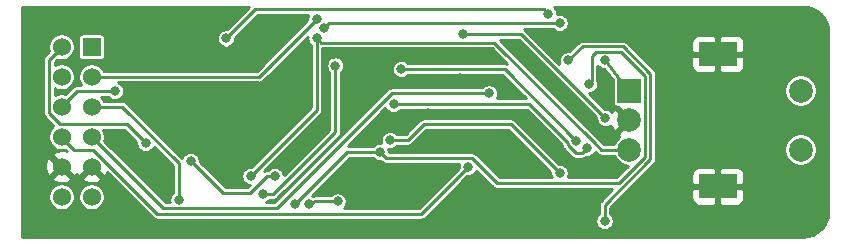
<source format=gbl>
G04 #@! TF.GenerationSoftware,KiCad,Pcbnew,(5.1.9-0-10_14)*
G04 #@! TF.CreationDate,2021-05-04T13:02:15-03:00*
G04 #@! TF.ProjectId,RingPush-PMOD,52696e67-5075-4736-982d-504d4f442e6b,rev?*
G04 #@! TF.SameCoordinates,Original*
G04 #@! TF.FileFunction,Copper,L2,Bot*
G04 #@! TF.FilePolarity,Positive*
%FSLAX46Y46*%
G04 Gerber Fmt 4.6, Leading zero omitted, Abs format (unit mm)*
G04 Created by KiCad (PCBNEW (5.1.9-0-10_14)) date 2021-05-04 13:02:15*
%MOMM*%
%LPD*%
G01*
G04 APERTURE LIST*
G04 #@! TA.AperFunction,ComponentPad*
%ADD10R,2.000000X2.000000*%
G04 #@! TD*
G04 #@! TA.AperFunction,ComponentPad*
%ADD11C,2.000000*%
G04 #@! TD*
G04 #@! TA.AperFunction,ComponentPad*
%ADD12R,3.200000X2.000000*%
G04 #@! TD*
G04 #@! TA.AperFunction,ComponentPad*
%ADD13C,1.524000*%
G04 #@! TD*
G04 #@! TA.AperFunction,ComponentPad*
%ADD14R,1.524000X1.524000*%
G04 #@! TD*
G04 #@! TA.AperFunction,ViaPad*
%ADD15C,0.800000*%
G04 #@! TD*
G04 #@! TA.AperFunction,Conductor*
%ADD16C,0.250000*%
G04 #@! TD*
G04 #@! TA.AperFunction,Conductor*
%ADD17C,0.100000*%
G04 #@! TD*
G04 APERTURE END LIST*
D10*
X69652500Y-101501000D03*
D11*
X69652500Y-104001000D03*
X69652500Y-106501000D03*
D12*
X77152500Y-98401000D03*
X77152500Y-109601000D03*
D11*
X84152500Y-101501000D03*
X84152500Y-106501000D03*
D13*
X21590000Y-110490000D03*
X24130000Y-110490000D03*
X21590000Y-107950000D03*
X24130000Y-107950000D03*
X21590000Y-105410000D03*
X24130000Y-105410000D03*
X21590000Y-102870000D03*
X24130000Y-102870000D03*
X21590000Y-100330000D03*
X24130000Y-100330000D03*
X21590000Y-97790000D03*
D14*
X24130000Y-97790000D03*
D15*
X55308500Y-100411750D03*
X58420000Y-107061000D03*
X47879000Y-108966000D03*
X52578000Y-103378000D03*
X32385000Y-104902000D03*
X26924000Y-106553000D03*
X39116000Y-96139000D03*
X46482000Y-98679000D03*
X66040000Y-106362500D03*
X49693403Y-102652403D03*
X28702000Y-105918000D03*
X43180000Y-95441010D03*
X31496000Y-110744000D03*
X26098500Y-101536500D03*
X62801500Y-94996000D03*
X35514750Y-97073250D03*
X32512000Y-107442000D03*
X39624000Y-108712000D03*
X67564000Y-98933000D03*
X43180000Y-97028000D03*
X37592000Y-108712000D03*
X65151000Y-105727500D03*
X50347250Y-99686750D03*
X63754000Y-108458000D03*
X49403000Y-105664000D03*
X67627500Y-103839990D03*
X55562500Y-96703171D03*
X44958000Y-110871000D03*
X67564000Y-112522000D03*
X42545000Y-111125000D03*
X64452500Y-98933000D03*
X44767500Y-99377500D03*
X48514000Y-106680000D03*
X41351055Y-111125000D03*
X38608000Y-110236000D03*
X66240000Y-100940000D03*
X57785000Y-101727000D03*
X56007000Y-107950000D03*
X63754000Y-95758000D03*
X43820439Y-96209022D03*
D16*
X55308500Y-100411750D02*
X54882250Y-100838000D01*
X54882250Y-100838000D02*
X48895000Y-100838000D01*
X49693403Y-102652403D02*
X61160402Y-102652403D01*
X61160402Y-102652403D02*
X64425999Y-105918000D01*
X65640001Y-106762499D02*
X66040000Y-106362500D01*
X65112997Y-106762499D02*
X65640001Y-106762499D01*
X64425999Y-106075501D02*
X65112997Y-106762499D01*
X64425999Y-105918000D02*
X64425999Y-106075501D01*
X20502999Y-103391761D02*
X20502999Y-98877001D01*
X21434237Y-104322999D02*
X20502999Y-103391761D01*
X27106999Y-104322999D02*
X21434237Y-104322999D01*
X28702000Y-105918000D02*
X27106999Y-104322999D01*
X20502999Y-98877001D02*
X21590000Y-97790000D01*
X38291010Y-100330000D02*
X43180000Y-95441010D01*
X38264509Y-100303499D02*
X24865499Y-100303499D01*
X38291010Y-100330000D02*
X38264509Y-100303499D01*
X24865499Y-100303499D02*
X24828500Y-100266500D01*
X31496000Y-107638998D02*
X26727002Y-102870000D01*
X31496000Y-110744000D02*
X31496000Y-107638998D01*
X26727002Y-102870000D02*
X24130000Y-102870000D01*
X26098500Y-101536500D02*
X22860000Y-101536500D01*
X22860000Y-101536500D02*
X21717000Y-102679500D01*
X62801500Y-94996000D02*
X62401501Y-94596001D01*
X35514750Y-97073250D02*
X37991999Y-94596001D01*
X37991999Y-94596001D02*
X62401501Y-94596001D01*
X35269001Y-110199001D02*
X32512000Y-107442000D01*
X37503409Y-110199001D02*
X35269001Y-110199001D01*
X38990410Y-108712000D02*
X39624000Y-108712000D01*
X37503409Y-110199001D02*
X38990410Y-108712000D01*
X67564000Y-98933000D02*
X69151500Y-100901500D01*
X43180000Y-103124000D02*
X43180000Y-97028000D01*
X37592000Y-108712000D02*
X43180000Y-103124000D01*
X43580172Y-97428172D02*
X58228172Y-97428172D01*
X43180000Y-97028000D02*
X43580172Y-97428172D01*
X67301000Y-106501000D02*
X66740000Y-105940000D01*
X69652500Y-106501000D02*
X67301000Y-106501000D01*
X58228172Y-97428172D02*
X66740000Y-105940000D01*
X59110250Y-99686750D02*
X50347250Y-99686750D01*
X65151000Y-105727500D02*
X59110250Y-99686750D01*
X63754000Y-108458000D02*
X59626500Y-104330500D01*
X59626500Y-104330500D02*
X53022500Y-104330500D01*
X50927000Y-105664000D02*
X49403000Y-105664000D01*
X53022500Y-104330500D02*
X52260500Y-104330500D01*
X52260500Y-104330500D02*
X50927000Y-105664000D01*
X53022500Y-104330500D02*
X52514500Y-104330500D01*
X60490681Y-96703171D02*
X55562500Y-96703171D01*
X67627500Y-103839990D02*
X60490681Y-96703171D01*
X43058510Y-110871000D02*
X44958000Y-110871000D01*
X42545000Y-111125000D02*
X43058510Y-110871000D01*
X67564000Y-111186912D02*
X67564000Y-112522000D01*
X71427511Y-100054599D02*
X71427510Y-107323402D01*
X69130901Y-97757989D02*
X71427511Y-100054599D01*
X65754511Y-97757989D02*
X69130901Y-97757989D01*
X71427510Y-107323402D02*
X67564000Y-111186912D01*
X64452500Y-98933000D02*
X65754511Y-97757989D01*
X38608000Y-110236000D02*
X39497000Y-110236000D01*
X44767500Y-105023185D02*
X44767500Y-99377500D01*
X39525842Y-110236000D02*
X44767500Y-105023185D01*
X48514000Y-106680000D02*
X45796055Y-106680000D01*
X45796055Y-106680000D02*
X41351055Y-111125000D01*
X49058999Y-107224999D02*
X48514000Y-106680000D01*
X68944501Y-98207999D02*
X70977501Y-100240999D01*
X56355001Y-107224999D02*
X49058999Y-107224999D01*
X58477002Y-109347000D02*
X56355001Y-107224999D01*
X70977501Y-100240999D02*
X70977501Y-107137001D01*
X68767502Y-109347000D02*
X58477002Y-109347000D01*
X70977501Y-107137001D02*
X68767502Y-109347000D01*
X66834999Y-98207999D02*
X68944501Y-98207999D01*
X66457999Y-98584999D02*
X66834999Y-98207999D01*
X66240000Y-100940000D02*
X66457999Y-100811499D01*
X66457999Y-100722001D02*
X66240000Y-100940000D01*
X66457999Y-98584999D02*
X66457999Y-100722001D01*
X39803803Y-111469001D02*
X30189001Y-111469001D01*
X49545804Y-101727000D02*
X39803803Y-111469001D01*
X57785000Y-101727000D02*
X49545804Y-101727000D01*
X30189001Y-111469001D02*
X24574500Y-105854500D01*
X24285763Y-106497001D02*
X22613501Y-106497001D01*
X29707772Y-111919010D02*
X24285763Y-106497001D01*
X52037990Y-111919010D02*
X29707772Y-111919010D01*
X56007000Y-107950000D02*
X52037990Y-111919010D01*
X22613501Y-106497001D02*
X21844000Y-105727500D01*
X44271461Y-95758000D02*
X43820439Y-96209022D01*
X63754000Y-95758000D02*
X44271461Y-95758000D01*
X35582645Y-96298250D02*
X35438419Y-96298250D01*
X35288691Y-96328033D01*
X35147650Y-96386454D01*
X35020716Y-96471268D01*
X34912768Y-96579216D01*
X34827954Y-96706150D01*
X34769533Y-96847191D01*
X34739750Y-96996919D01*
X34739750Y-97149581D01*
X34769533Y-97299309D01*
X34827954Y-97440350D01*
X34912768Y-97567284D01*
X35020716Y-97675232D01*
X35147650Y-97760046D01*
X35288691Y-97818467D01*
X35438419Y-97848250D01*
X35591081Y-97848250D01*
X35740809Y-97818467D01*
X35881850Y-97760046D01*
X36008784Y-97675232D01*
X36116732Y-97567284D01*
X36201546Y-97440350D01*
X36259967Y-97299309D01*
X36289750Y-97149581D01*
X36289750Y-97005355D01*
X38199105Y-95096001D01*
X42484054Y-95096001D01*
X42434783Y-95214951D01*
X42405000Y-95364679D01*
X42405000Y-95508904D01*
X38110406Y-99803499D01*
X25142596Y-99803499D01*
X25137596Y-99791429D01*
X25013165Y-99605205D01*
X24854795Y-99446835D01*
X24668571Y-99322404D01*
X24461651Y-99236695D01*
X24241985Y-99193000D01*
X24018015Y-99193000D01*
X23798349Y-99236695D01*
X23591429Y-99322404D01*
X23405205Y-99446835D01*
X23246835Y-99605205D01*
X23122404Y-99791429D01*
X23036695Y-99998349D01*
X22993000Y-100218015D01*
X22993000Y-100441985D01*
X23036695Y-100661651D01*
X23122404Y-100868571D01*
X23234611Y-101036500D01*
X22884557Y-101036500D01*
X22859999Y-101034081D01*
X22835441Y-101036500D01*
X22835440Y-101036500D01*
X22761983Y-101043735D01*
X22667733Y-101072325D01*
X22580871Y-101118754D01*
X22504736Y-101181236D01*
X22489075Y-101200319D01*
X21914185Y-101775210D01*
X21701985Y-101733000D01*
X21478015Y-101733000D01*
X21258349Y-101776695D01*
X21051429Y-101862404D01*
X21002999Y-101894764D01*
X21002999Y-101305236D01*
X21051429Y-101337596D01*
X21258349Y-101423305D01*
X21478015Y-101467000D01*
X21701985Y-101467000D01*
X21921651Y-101423305D01*
X22128571Y-101337596D01*
X22314795Y-101213165D01*
X22473165Y-101054795D01*
X22597596Y-100868571D01*
X22683305Y-100661651D01*
X22727000Y-100441985D01*
X22727000Y-100218015D01*
X22683305Y-99998349D01*
X22597596Y-99791429D01*
X22473165Y-99605205D01*
X22314795Y-99446835D01*
X22128571Y-99322404D01*
X21921651Y-99236695D01*
X21701985Y-99193000D01*
X21478015Y-99193000D01*
X21258349Y-99236695D01*
X21051429Y-99322404D01*
X21002999Y-99354764D01*
X21002999Y-99084106D01*
X21219778Y-98867328D01*
X21258349Y-98883305D01*
X21478015Y-98927000D01*
X21701985Y-98927000D01*
X21921651Y-98883305D01*
X22128571Y-98797596D01*
X22314795Y-98673165D01*
X22473165Y-98514795D01*
X22597596Y-98328571D01*
X22683305Y-98121651D01*
X22727000Y-97901985D01*
X22727000Y-97678015D01*
X22683305Y-97458349D01*
X22597596Y-97251429D01*
X22473165Y-97065205D01*
X22435960Y-97028000D01*
X22991186Y-97028000D01*
X22991186Y-98552000D01*
X22998426Y-98625513D01*
X23019869Y-98696200D01*
X23054691Y-98761347D01*
X23101552Y-98818448D01*
X23158653Y-98865309D01*
X23223800Y-98900131D01*
X23294487Y-98921574D01*
X23368000Y-98928814D01*
X24892000Y-98928814D01*
X24965513Y-98921574D01*
X25036200Y-98900131D01*
X25101347Y-98865309D01*
X25158448Y-98818448D01*
X25205309Y-98761347D01*
X25240131Y-98696200D01*
X25261574Y-98625513D01*
X25268814Y-98552000D01*
X25268814Y-97028000D01*
X25261574Y-96954487D01*
X25240131Y-96883800D01*
X25205309Y-96818653D01*
X25158448Y-96761552D01*
X25101347Y-96714691D01*
X25036200Y-96679869D01*
X24965513Y-96658426D01*
X24892000Y-96651186D01*
X23368000Y-96651186D01*
X23294487Y-96658426D01*
X23223800Y-96679869D01*
X23158653Y-96714691D01*
X23101552Y-96761552D01*
X23054691Y-96818653D01*
X23019869Y-96883800D01*
X22998426Y-96954487D01*
X22991186Y-97028000D01*
X22435960Y-97028000D01*
X22314795Y-96906835D01*
X22128571Y-96782404D01*
X21921651Y-96696695D01*
X21701985Y-96653000D01*
X21478015Y-96653000D01*
X21258349Y-96696695D01*
X21051429Y-96782404D01*
X20865205Y-96906835D01*
X20706835Y-97065205D01*
X20582404Y-97251429D01*
X20496695Y-97458349D01*
X20453000Y-97678015D01*
X20453000Y-97901985D01*
X20496695Y-98121651D01*
X20512672Y-98160222D01*
X20166818Y-98506077D01*
X20147736Y-98521737D01*
X20085254Y-98597872D01*
X20045539Y-98672174D01*
X20038825Y-98684734D01*
X20010234Y-98778984D01*
X20000580Y-98877001D01*
X20003000Y-98901571D01*
X20002999Y-103367201D01*
X20000580Y-103391761D01*
X20010234Y-103489777D01*
X20038824Y-103584027D01*
X20085253Y-103670890D01*
X20147735Y-103747025D01*
X20166823Y-103762690D01*
X20904626Y-104500495D01*
X20865205Y-104526835D01*
X20706835Y-104685205D01*
X20582404Y-104871429D01*
X20496695Y-105078349D01*
X20453000Y-105298015D01*
X20453000Y-105521985D01*
X20496695Y-105741651D01*
X20582404Y-105948571D01*
X20706835Y-106134795D01*
X20865205Y-106293165D01*
X21051429Y-106417596D01*
X21258349Y-106503305D01*
X21478015Y-106547000D01*
X21701985Y-106547000D01*
X21914184Y-106504790D01*
X22031448Y-106622055D01*
X21790407Y-106562650D01*
X21515898Y-106550210D01*
X21244236Y-106591563D01*
X20985862Y-106685120D01*
X20873931Y-106744949D01*
X20806673Y-106984240D01*
X21590000Y-107767566D01*
X21604142Y-107753424D01*
X21786576Y-107935858D01*
X21772434Y-107950000D01*
X22555760Y-108733327D01*
X22795051Y-108666069D01*
X22857424Y-108532885D01*
X22865120Y-108554138D01*
X22924949Y-108666069D01*
X23164240Y-108733327D01*
X23947566Y-107950000D01*
X23933424Y-107935858D01*
X24115858Y-107753424D01*
X24130000Y-107767566D01*
X24144142Y-107753424D01*
X24326576Y-107935858D01*
X24312434Y-107950000D01*
X25095760Y-108733327D01*
X25335051Y-108666069D01*
X25451595Y-108417216D01*
X25460943Y-108379286D01*
X29336852Y-112255197D01*
X29352508Y-112274274D01*
X29428643Y-112336756D01*
X29515505Y-112383185D01*
X29609755Y-112411775D01*
X29707772Y-112421429D01*
X29732332Y-112419010D01*
X52013430Y-112419010D01*
X52037990Y-112421429D01*
X52062550Y-112419010D01*
X52136007Y-112411775D01*
X52230257Y-112383185D01*
X52317119Y-112336756D01*
X52393254Y-112274274D01*
X52408919Y-112255186D01*
X55939107Y-108725000D01*
X56083331Y-108725000D01*
X56233059Y-108695217D01*
X56374100Y-108636796D01*
X56501034Y-108551982D01*
X56608982Y-108444034D01*
X56693796Y-108317100D01*
X56707328Y-108284431D01*
X58106082Y-109683187D01*
X58121738Y-109702264D01*
X58197873Y-109764746D01*
X58284735Y-109811175D01*
X58378985Y-109839765D01*
X58477002Y-109849419D01*
X58501562Y-109847000D01*
X68196806Y-109847000D01*
X67227824Y-110815983D01*
X67208736Y-110831648D01*
X67146254Y-110907783D01*
X67099825Y-110994646D01*
X67091185Y-111023129D01*
X67071235Y-111088895D01*
X67061581Y-111186912D01*
X67064000Y-111211472D01*
X67064001Y-111925983D01*
X66962018Y-112027966D01*
X66877204Y-112154900D01*
X66818783Y-112295941D01*
X66789000Y-112445669D01*
X66789000Y-112598331D01*
X66818783Y-112748059D01*
X66877204Y-112889100D01*
X66962018Y-113016034D01*
X67069966Y-113123982D01*
X67196900Y-113208796D01*
X67337941Y-113267217D01*
X67487669Y-113297000D01*
X67640331Y-113297000D01*
X67790059Y-113267217D01*
X67931100Y-113208796D01*
X68058034Y-113123982D01*
X68165982Y-113016034D01*
X68250796Y-112889100D01*
X68309217Y-112748059D01*
X68339000Y-112598331D01*
X68339000Y-112445669D01*
X68309217Y-112295941D01*
X68250796Y-112154900D01*
X68165982Y-112027966D01*
X68064000Y-111925984D01*
X68064000Y-111394017D01*
X68857017Y-110601000D01*
X74916437Y-110601000D01*
X74928659Y-110725090D01*
X74964854Y-110844411D01*
X75023633Y-110954378D01*
X75102736Y-111050764D01*
X75199122Y-111129867D01*
X75309089Y-111188646D01*
X75428410Y-111224841D01*
X75552500Y-111237063D01*
X76865250Y-111234000D01*
X77023500Y-111075750D01*
X77023500Y-109730000D01*
X77281500Y-109730000D01*
X77281500Y-111075750D01*
X77439750Y-111234000D01*
X78752500Y-111237063D01*
X78876590Y-111224841D01*
X78995911Y-111188646D01*
X79105878Y-111129867D01*
X79202264Y-111050764D01*
X79281367Y-110954378D01*
X79340146Y-110844411D01*
X79376341Y-110725090D01*
X79388563Y-110601000D01*
X79385500Y-109888250D01*
X79227250Y-109730000D01*
X77281500Y-109730000D01*
X77023500Y-109730000D01*
X75077750Y-109730000D01*
X74919500Y-109888250D01*
X74916437Y-110601000D01*
X68857017Y-110601000D01*
X70857018Y-108601000D01*
X74916437Y-108601000D01*
X74919500Y-109313750D01*
X75077750Y-109472000D01*
X77023500Y-109472000D01*
X77023500Y-108126250D01*
X77281500Y-108126250D01*
X77281500Y-109472000D01*
X79227250Y-109472000D01*
X79385500Y-109313750D01*
X79388563Y-108601000D01*
X79376341Y-108476910D01*
X79340146Y-108357589D01*
X79281367Y-108247622D01*
X79202264Y-108151236D01*
X79105878Y-108072133D01*
X78995911Y-108013354D01*
X78876590Y-107977159D01*
X78752500Y-107964937D01*
X77439750Y-107968000D01*
X77281500Y-108126250D01*
X77023500Y-108126250D01*
X76865250Y-107968000D01*
X75552500Y-107964937D01*
X75428410Y-107977159D01*
X75309089Y-108013354D01*
X75199122Y-108072133D01*
X75102736Y-108151236D01*
X75023633Y-108247622D01*
X74964854Y-108357589D01*
X74928659Y-108476910D01*
X74916437Y-108601000D01*
X70857018Y-108601000D01*
X71763702Y-107694317D01*
X71782773Y-107678666D01*
X71798424Y-107659595D01*
X71798429Y-107659590D01*
X71845255Y-107602532D01*
X71891684Y-107515671D01*
X71920274Y-107421420D01*
X71929928Y-107323403D01*
X71927509Y-107298843D01*
X71927509Y-106365574D01*
X82777500Y-106365574D01*
X82777500Y-106636426D01*
X82830341Y-106902073D01*
X82933991Y-107152307D01*
X83084468Y-107377511D01*
X83275989Y-107569032D01*
X83501193Y-107719509D01*
X83751427Y-107823159D01*
X84017074Y-107876000D01*
X84287926Y-107876000D01*
X84553573Y-107823159D01*
X84803807Y-107719509D01*
X85029011Y-107569032D01*
X85220532Y-107377511D01*
X85371009Y-107152307D01*
X85474659Y-106902073D01*
X85527500Y-106636426D01*
X85527500Y-106365574D01*
X85474659Y-106099927D01*
X85371009Y-105849693D01*
X85220532Y-105624489D01*
X85029011Y-105432968D01*
X84803807Y-105282491D01*
X84553573Y-105178841D01*
X84287926Y-105126000D01*
X84017074Y-105126000D01*
X83751427Y-105178841D01*
X83501193Y-105282491D01*
X83275989Y-105432968D01*
X83084468Y-105624489D01*
X82933991Y-105849693D01*
X82830341Y-106099927D01*
X82777500Y-106365574D01*
X71927509Y-106365574D01*
X71927510Y-101365574D01*
X82777500Y-101365574D01*
X82777500Y-101636426D01*
X82830341Y-101902073D01*
X82933991Y-102152307D01*
X83084468Y-102377511D01*
X83275989Y-102569032D01*
X83501193Y-102719509D01*
X83751427Y-102823159D01*
X84017074Y-102876000D01*
X84287926Y-102876000D01*
X84553573Y-102823159D01*
X84803807Y-102719509D01*
X85029011Y-102569032D01*
X85220532Y-102377511D01*
X85371009Y-102152307D01*
X85474659Y-101902073D01*
X85527500Y-101636426D01*
X85527500Y-101365574D01*
X85474659Y-101099927D01*
X85371009Y-100849693D01*
X85220532Y-100624489D01*
X85029011Y-100432968D01*
X84803807Y-100282491D01*
X84553573Y-100178841D01*
X84287926Y-100126000D01*
X84017074Y-100126000D01*
X83751427Y-100178841D01*
X83501193Y-100282491D01*
X83275989Y-100432968D01*
X83084468Y-100624489D01*
X82933991Y-100849693D01*
X82830341Y-101099927D01*
X82777500Y-101365574D01*
X71927510Y-101365574D01*
X71927511Y-100079158D01*
X71929930Y-100054598D01*
X71920276Y-99956581D01*
X71902930Y-99899401D01*
X71891686Y-99862333D01*
X71845257Y-99775471D01*
X71782775Y-99699336D01*
X71763698Y-99683680D01*
X71481018Y-99401000D01*
X74916437Y-99401000D01*
X74928659Y-99525090D01*
X74964854Y-99644411D01*
X75023633Y-99754378D01*
X75102736Y-99850764D01*
X75199122Y-99929867D01*
X75309089Y-99988646D01*
X75428410Y-100024841D01*
X75552500Y-100037063D01*
X76865250Y-100034000D01*
X77023500Y-99875750D01*
X77023500Y-98530000D01*
X77281500Y-98530000D01*
X77281500Y-99875750D01*
X77439750Y-100034000D01*
X78752500Y-100037063D01*
X78876590Y-100024841D01*
X78995911Y-99988646D01*
X79105878Y-99929867D01*
X79202264Y-99850764D01*
X79281367Y-99754378D01*
X79340146Y-99644411D01*
X79376341Y-99525090D01*
X79388563Y-99401000D01*
X79385500Y-98688250D01*
X79227250Y-98530000D01*
X77281500Y-98530000D01*
X77023500Y-98530000D01*
X75077750Y-98530000D01*
X74919500Y-98688250D01*
X74916437Y-99401000D01*
X71481018Y-99401000D01*
X69501830Y-97421813D01*
X69486165Y-97402725D01*
X69484064Y-97401000D01*
X74916437Y-97401000D01*
X74919500Y-98113750D01*
X75077750Y-98272000D01*
X77023500Y-98272000D01*
X77023500Y-96926250D01*
X77281500Y-96926250D01*
X77281500Y-98272000D01*
X79227250Y-98272000D01*
X79385500Y-98113750D01*
X79388563Y-97401000D01*
X79376341Y-97276910D01*
X79340146Y-97157589D01*
X79281367Y-97047622D01*
X79202264Y-96951236D01*
X79105878Y-96872133D01*
X78995911Y-96813354D01*
X78876590Y-96777159D01*
X78752500Y-96764937D01*
X77439750Y-96768000D01*
X77281500Y-96926250D01*
X77023500Y-96926250D01*
X76865250Y-96768000D01*
X75552500Y-96764937D01*
X75428410Y-96777159D01*
X75309089Y-96813354D01*
X75199122Y-96872133D01*
X75102736Y-96951236D01*
X75023633Y-97047622D01*
X74964854Y-97157589D01*
X74928659Y-97276910D01*
X74916437Y-97401000D01*
X69484064Y-97401000D01*
X69410030Y-97340243D01*
X69323168Y-97293814D01*
X69228918Y-97265224D01*
X69155461Y-97257989D01*
X69130901Y-97255570D01*
X69106341Y-97257989D01*
X65791929Y-97257989D01*
X65780237Y-97256229D01*
X65742782Y-97257989D01*
X65729951Y-97257989D01*
X65718244Y-97259142D01*
X65681854Y-97260852D01*
X65669336Y-97263959D01*
X65656494Y-97265224D01*
X65621617Y-97275804D01*
X65586263Y-97284579D01*
X65574593Y-97290068D01*
X65562244Y-97293814D01*
X65530102Y-97310994D01*
X65497138Y-97326499D01*
X65486761Y-97334161D01*
X65475382Y-97340243D01*
X65447216Y-97363358D01*
X65437757Y-97370342D01*
X65428234Y-97378936D01*
X65399247Y-97402725D01*
X65391746Y-97411865D01*
X64558440Y-98163890D01*
X64528831Y-98158000D01*
X64376169Y-98158000D01*
X64226441Y-98187783D01*
X64085400Y-98246204D01*
X63958466Y-98331018D01*
X63850518Y-98438966D01*
X63765704Y-98565900D01*
X63707283Y-98706941D01*
X63677500Y-98856669D01*
X63677500Y-99009331D01*
X63707283Y-99159059D01*
X63745190Y-99250574D01*
X60861610Y-96366995D01*
X60845945Y-96347907D01*
X60769810Y-96285425D01*
X60718502Y-96258000D01*
X63157984Y-96258000D01*
X63259966Y-96359982D01*
X63386900Y-96444796D01*
X63527941Y-96503217D01*
X63677669Y-96533000D01*
X63830331Y-96533000D01*
X63980059Y-96503217D01*
X64121100Y-96444796D01*
X64248034Y-96359982D01*
X64355982Y-96252034D01*
X64440796Y-96125100D01*
X64499217Y-95984059D01*
X64529000Y-95834331D01*
X64529000Y-95681669D01*
X64499217Y-95531941D01*
X64440796Y-95390900D01*
X64355982Y-95263966D01*
X64248034Y-95156018D01*
X64121100Y-95071204D01*
X63980059Y-95012783D01*
X63830331Y-94983000D01*
X63677669Y-94983000D01*
X63576500Y-95003124D01*
X63576500Y-94919669D01*
X63546717Y-94769941D01*
X63488296Y-94628900D01*
X63403482Y-94501966D01*
X63316516Y-94415000D01*
X84370224Y-94415000D01*
X84799958Y-94457136D01*
X85192859Y-94575759D01*
X85555233Y-94768437D01*
X85873285Y-95027833D01*
X86134895Y-95344066D01*
X86330099Y-95705089D01*
X86451462Y-96097151D01*
X86496500Y-96525655D01*
X86496501Y-111738713D01*
X86454364Y-112168458D01*
X86335740Y-112561360D01*
X86143063Y-112923733D01*
X85883667Y-113241785D01*
X85567434Y-113503395D01*
X85206411Y-113698599D01*
X84814349Y-113819962D01*
X84385845Y-113865000D01*
X18215000Y-113865000D01*
X18215000Y-110378015D01*
X20453000Y-110378015D01*
X20453000Y-110601985D01*
X20496695Y-110821651D01*
X20582404Y-111028571D01*
X20706835Y-111214795D01*
X20865205Y-111373165D01*
X21051429Y-111497596D01*
X21258349Y-111583305D01*
X21478015Y-111627000D01*
X21701985Y-111627000D01*
X21921651Y-111583305D01*
X22128571Y-111497596D01*
X22314795Y-111373165D01*
X22473165Y-111214795D01*
X22597596Y-111028571D01*
X22683305Y-110821651D01*
X22727000Y-110601985D01*
X22727000Y-110378015D01*
X22993000Y-110378015D01*
X22993000Y-110601985D01*
X23036695Y-110821651D01*
X23122404Y-111028571D01*
X23246835Y-111214795D01*
X23405205Y-111373165D01*
X23591429Y-111497596D01*
X23798349Y-111583305D01*
X24018015Y-111627000D01*
X24241985Y-111627000D01*
X24461651Y-111583305D01*
X24668571Y-111497596D01*
X24854795Y-111373165D01*
X25013165Y-111214795D01*
X25137596Y-111028571D01*
X25223305Y-110821651D01*
X25267000Y-110601985D01*
X25267000Y-110378015D01*
X25223305Y-110158349D01*
X25137596Y-109951429D01*
X25013165Y-109765205D01*
X24854795Y-109606835D01*
X24668571Y-109482404D01*
X24461651Y-109396695D01*
X24241985Y-109353000D01*
X24018015Y-109353000D01*
X23798349Y-109396695D01*
X23591429Y-109482404D01*
X23405205Y-109606835D01*
X23246835Y-109765205D01*
X23122404Y-109951429D01*
X23036695Y-110158349D01*
X22993000Y-110378015D01*
X22727000Y-110378015D01*
X22683305Y-110158349D01*
X22597596Y-109951429D01*
X22473165Y-109765205D01*
X22314795Y-109606835D01*
X22128571Y-109482404D01*
X21921651Y-109396695D01*
X21701985Y-109353000D01*
X21478015Y-109353000D01*
X21258349Y-109396695D01*
X21051429Y-109482404D01*
X20865205Y-109606835D01*
X20706835Y-109765205D01*
X20582404Y-109951429D01*
X20496695Y-110158349D01*
X20453000Y-110378015D01*
X18215000Y-110378015D01*
X18215000Y-108915760D01*
X20806673Y-108915760D01*
X20873931Y-109155051D01*
X21122784Y-109271595D01*
X21389593Y-109337350D01*
X21664102Y-109349790D01*
X21935764Y-109308437D01*
X22194138Y-109214880D01*
X22306069Y-109155051D01*
X22373327Y-108915760D01*
X23346673Y-108915760D01*
X23413931Y-109155051D01*
X23662784Y-109271595D01*
X23929593Y-109337350D01*
X24204102Y-109349790D01*
X24475764Y-109308437D01*
X24734138Y-109214880D01*
X24846069Y-109155051D01*
X24913327Y-108915760D01*
X24130000Y-108132434D01*
X23346673Y-108915760D01*
X22373327Y-108915760D01*
X21590000Y-108132434D01*
X20806673Y-108915760D01*
X18215000Y-108915760D01*
X18215000Y-108024102D01*
X20190210Y-108024102D01*
X20231563Y-108295764D01*
X20325120Y-108554138D01*
X20384949Y-108666069D01*
X20624240Y-108733327D01*
X21407566Y-107950000D01*
X20624240Y-107166673D01*
X20384949Y-107233931D01*
X20268405Y-107482784D01*
X20202650Y-107749593D01*
X20190210Y-108024102D01*
X18215000Y-108024102D01*
X18215000Y-94415000D01*
X37465894Y-94415000D01*
X35582645Y-96298250D01*
G04 #@! TA.AperFunction,Conductor*
D17*
G36*
X35582645Y-96298250D02*
G01*
X35438419Y-96298250D01*
X35288691Y-96328033D01*
X35147650Y-96386454D01*
X35020716Y-96471268D01*
X34912768Y-96579216D01*
X34827954Y-96706150D01*
X34769533Y-96847191D01*
X34739750Y-96996919D01*
X34739750Y-97149581D01*
X34769533Y-97299309D01*
X34827954Y-97440350D01*
X34912768Y-97567284D01*
X35020716Y-97675232D01*
X35147650Y-97760046D01*
X35288691Y-97818467D01*
X35438419Y-97848250D01*
X35591081Y-97848250D01*
X35740809Y-97818467D01*
X35881850Y-97760046D01*
X36008784Y-97675232D01*
X36116732Y-97567284D01*
X36201546Y-97440350D01*
X36259967Y-97299309D01*
X36289750Y-97149581D01*
X36289750Y-97005355D01*
X38199105Y-95096001D01*
X42484054Y-95096001D01*
X42434783Y-95214951D01*
X42405000Y-95364679D01*
X42405000Y-95508904D01*
X38110406Y-99803499D01*
X25142596Y-99803499D01*
X25137596Y-99791429D01*
X25013165Y-99605205D01*
X24854795Y-99446835D01*
X24668571Y-99322404D01*
X24461651Y-99236695D01*
X24241985Y-99193000D01*
X24018015Y-99193000D01*
X23798349Y-99236695D01*
X23591429Y-99322404D01*
X23405205Y-99446835D01*
X23246835Y-99605205D01*
X23122404Y-99791429D01*
X23036695Y-99998349D01*
X22993000Y-100218015D01*
X22993000Y-100441985D01*
X23036695Y-100661651D01*
X23122404Y-100868571D01*
X23234611Y-101036500D01*
X22884557Y-101036500D01*
X22859999Y-101034081D01*
X22835441Y-101036500D01*
X22835440Y-101036500D01*
X22761983Y-101043735D01*
X22667733Y-101072325D01*
X22580871Y-101118754D01*
X22504736Y-101181236D01*
X22489075Y-101200319D01*
X21914185Y-101775210D01*
X21701985Y-101733000D01*
X21478015Y-101733000D01*
X21258349Y-101776695D01*
X21051429Y-101862404D01*
X21002999Y-101894764D01*
X21002999Y-101305236D01*
X21051429Y-101337596D01*
X21258349Y-101423305D01*
X21478015Y-101467000D01*
X21701985Y-101467000D01*
X21921651Y-101423305D01*
X22128571Y-101337596D01*
X22314795Y-101213165D01*
X22473165Y-101054795D01*
X22597596Y-100868571D01*
X22683305Y-100661651D01*
X22727000Y-100441985D01*
X22727000Y-100218015D01*
X22683305Y-99998349D01*
X22597596Y-99791429D01*
X22473165Y-99605205D01*
X22314795Y-99446835D01*
X22128571Y-99322404D01*
X21921651Y-99236695D01*
X21701985Y-99193000D01*
X21478015Y-99193000D01*
X21258349Y-99236695D01*
X21051429Y-99322404D01*
X21002999Y-99354764D01*
X21002999Y-99084106D01*
X21219778Y-98867328D01*
X21258349Y-98883305D01*
X21478015Y-98927000D01*
X21701985Y-98927000D01*
X21921651Y-98883305D01*
X22128571Y-98797596D01*
X22314795Y-98673165D01*
X22473165Y-98514795D01*
X22597596Y-98328571D01*
X22683305Y-98121651D01*
X22727000Y-97901985D01*
X22727000Y-97678015D01*
X22683305Y-97458349D01*
X22597596Y-97251429D01*
X22473165Y-97065205D01*
X22435960Y-97028000D01*
X22991186Y-97028000D01*
X22991186Y-98552000D01*
X22998426Y-98625513D01*
X23019869Y-98696200D01*
X23054691Y-98761347D01*
X23101552Y-98818448D01*
X23158653Y-98865309D01*
X23223800Y-98900131D01*
X23294487Y-98921574D01*
X23368000Y-98928814D01*
X24892000Y-98928814D01*
X24965513Y-98921574D01*
X25036200Y-98900131D01*
X25101347Y-98865309D01*
X25158448Y-98818448D01*
X25205309Y-98761347D01*
X25240131Y-98696200D01*
X25261574Y-98625513D01*
X25268814Y-98552000D01*
X25268814Y-97028000D01*
X25261574Y-96954487D01*
X25240131Y-96883800D01*
X25205309Y-96818653D01*
X25158448Y-96761552D01*
X25101347Y-96714691D01*
X25036200Y-96679869D01*
X24965513Y-96658426D01*
X24892000Y-96651186D01*
X23368000Y-96651186D01*
X23294487Y-96658426D01*
X23223800Y-96679869D01*
X23158653Y-96714691D01*
X23101552Y-96761552D01*
X23054691Y-96818653D01*
X23019869Y-96883800D01*
X22998426Y-96954487D01*
X22991186Y-97028000D01*
X22435960Y-97028000D01*
X22314795Y-96906835D01*
X22128571Y-96782404D01*
X21921651Y-96696695D01*
X21701985Y-96653000D01*
X21478015Y-96653000D01*
X21258349Y-96696695D01*
X21051429Y-96782404D01*
X20865205Y-96906835D01*
X20706835Y-97065205D01*
X20582404Y-97251429D01*
X20496695Y-97458349D01*
X20453000Y-97678015D01*
X20453000Y-97901985D01*
X20496695Y-98121651D01*
X20512672Y-98160222D01*
X20166818Y-98506077D01*
X20147736Y-98521737D01*
X20085254Y-98597872D01*
X20045539Y-98672174D01*
X20038825Y-98684734D01*
X20010234Y-98778984D01*
X20000580Y-98877001D01*
X20003000Y-98901571D01*
X20002999Y-103367201D01*
X20000580Y-103391761D01*
X20010234Y-103489777D01*
X20038824Y-103584027D01*
X20085253Y-103670890D01*
X20147735Y-103747025D01*
X20166823Y-103762690D01*
X20904626Y-104500495D01*
X20865205Y-104526835D01*
X20706835Y-104685205D01*
X20582404Y-104871429D01*
X20496695Y-105078349D01*
X20453000Y-105298015D01*
X20453000Y-105521985D01*
X20496695Y-105741651D01*
X20582404Y-105948571D01*
X20706835Y-106134795D01*
X20865205Y-106293165D01*
X21051429Y-106417596D01*
X21258349Y-106503305D01*
X21478015Y-106547000D01*
X21701985Y-106547000D01*
X21914184Y-106504790D01*
X22031448Y-106622055D01*
X21790407Y-106562650D01*
X21515898Y-106550210D01*
X21244236Y-106591563D01*
X20985862Y-106685120D01*
X20873931Y-106744949D01*
X20806673Y-106984240D01*
X21590000Y-107767566D01*
X21604142Y-107753424D01*
X21786576Y-107935858D01*
X21772434Y-107950000D01*
X22555760Y-108733327D01*
X22795051Y-108666069D01*
X22857424Y-108532885D01*
X22865120Y-108554138D01*
X22924949Y-108666069D01*
X23164240Y-108733327D01*
X23947566Y-107950000D01*
X23933424Y-107935858D01*
X24115858Y-107753424D01*
X24130000Y-107767566D01*
X24144142Y-107753424D01*
X24326576Y-107935858D01*
X24312434Y-107950000D01*
X25095760Y-108733327D01*
X25335051Y-108666069D01*
X25451595Y-108417216D01*
X25460943Y-108379286D01*
X29336852Y-112255197D01*
X29352508Y-112274274D01*
X29428643Y-112336756D01*
X29515505Y-112383185D01*
X29609755Y-112411775D01*
X29707772Y-112421429D01*
X29732332Y-112419010D01*
X52013430Y-112419010D01*
X52037990Y-112421429D01*
X52062550Y-112419010D01*
X52136007Y-112411775D01*
X52230257Y-112383185D01*
X52317119Y-112336756D01*
X52393254Y-112274274D01*
X52408919Y-112255186D01*
X55939107Y-108725000D01*
X56083331Y-108725000D01*
X56233059Y-108695217D01*
X56374100Y-108636796D01*
X56501034Y-108551982D01*
X56608982Y-108444034D01*
X56693796Y-108317100D01*
X56707328Y-108284431D01*
X58106082Y-109683187D01*
X58121738Y-109702264D01*
X58197873Y-109764746D01*
X58284735Y-109811175D01*
X58378985Y-109839765D01*
X58477002Y-109849419D01*
X58501562Y-109847000D01*
X68196806Y-109847000D01*
X67227824Y-110815983D01*
X67208736Y-110831648D01*
X67146254Y-110907783D01*
X67099825Y-110994646D01*
X67091185Y-111023129D01*
X67071235Y-111088895D01*
X67061581Y-111186912D01*
X67064000Y-111211472D01*
X67064001Y-111925983D01*
X66962018Y-112027966D01*
X66877204Y-112154900D01*
X66818783Y-112295941D01*
X66789000Y-112445669D01*
X66789000Y-112598331D01*
X66818783Y-112748059D01*
X66877204Y-112889100D01*
X66962018Y-113016034D01*
X67069966Y-113123982D01*
X67196900Y-113208796D01*
X67337941Y-113267217D01*
X67487669Y-113297000D01*
X67640331Y-113297000D01*
X67790059Y-113267217D01*
X67931100Y-113208796D01*
X68058034Y-113123982D01*
X68165982Y-113016034D01*
X68250796Y-112889100D01*
X68309217Y-112748059D01*
X68339000Y-112598331D01*
X68339000Y-112445669D01*
X68309217Y-112295941D01*
X68250796Y-112154900D01*
X68165982Y-112027966D01*
X68064000Y-111925984D01*
X68064000Y-111394017D01*
X68857017Y-110601000D01*
X74916437Y-110601000D01*
X74928659Y-110725090D01*
X74964854Y-110844411D01*
X75023633Y-110954378D01*
X75102736Y-111050764D01*
X75199122Y-111129867D01*
X75309089Y-111188646D01*
X75428410Y-111224841D01*
X75552500Y-111237063D01*
X76865250Y-111234000D01*
X77023500Y-111075750D01*
X77023500Y-109730000D01*
X77281500Y-109730000D01*
X77281500Y-111075750D01*
X77439750Y-111234000D01*
X78752500Y-111237063D01*
X78876590Y-111224841D01*
X78995911Y-111188646D01*
X79105878Y-111129867D01*
X79202264Y-111050764D01*
X79281367Y-110954378D01*
X79340146Y-110844411D01*
X79376341Y-110725090D01*
X79388563Y-110601000D01*
X79385500Y-109888250D01*
X79227250Y-109730000D01*
X77281500Y-109730000D01*
X77023500Y-109730000D01*
X75077750Y-109730000D01*
X74919500Y-109888250D01*
X74916437Y-110601000D01*
X68857017Y-110601000D01*
X70857018Y-108601000D01*
X74916437Y-108601000D01*
X74919500Y-109313750D01*
X75077750Y-109472000D01*
X77023500Y-109472000D01*
X77023500Y-108126250D01*
X77281500Y-108126250D01*
X77281500Y-109472000D01*
X79227250Y-109472000D01*
X79385500Y-109313750D01*
X79388563Y-108601000D01*
X79376341Y-108476910D01*
X79340146Y-108357589D01*
X79281367Y-108247622D01*
X79202264Y-108151236D01*
X79105878Y-108072133D01*
X78995911Y-108013354D01*
X78876590Y-107977159D01*
X78752500Y-107964937D01*
X77439750Y-107968000D01*
X77281500Y-108126250D01*
X77023500Y-108126250D01*
X76865250Y-107968000D01*
X75552500Y-107964937D01*
X75428410Y-107977159D01*
X75309089Y-108013354D01*
X75199122Y-108072133D01*
X75102736Y-108151236D01*
X75023633Y-108247622D01*
X74964854Y-108357589D01*
X74928659Y-108476910D01*
X74916437Y-108601000D01*
X70857018Y-108601000D01*
X71763702Y-107694317D01*
X71782773Y-107678666D01*
X71798424Y-107659595D01*
X71798429Y-107659590D01*
X71845255Y-107602532D01*
X71891684Y-107515671D01*
X71920274Y-107421420D01*
X71929928Y-107323403D01*
X71927509Y-107298843D01*
X71927509Y-106365574D01*
X82777500Y-106365574D01*
X82777500Y-106636426D01*
X82830341Y-106902073D01*
X82933991Y-107152307D01*
X83084468Y-107377511D01*
X83275989Y-107569032D01*
X83501193Y-107719509D01*
X83751427Y-107823159D01*
X84017074Y-107876000D01*
X84287926Y-107876000D01*
X84553573Y-107823159D01*
X84803807Y-107719509D01*
X85029011Y-107569032D01*
X85220532Y-107377511D01*
X85371009Y-107152307D01*
X85474659Y-106902073D01*
X85527500Y-106636426D01*
X85527500Y-106365574D01*
X85474659Y-106099927D01*
X85371009Y-105849693D01*
X85220532Y-105624489D01*
X85029011Y-105432968D01*
X84803807Y-105282491D01*
X84553573Y-105178841D01*
X84287926Y-105126000D01*
X84017074Y-105126000D01*
X83751427Y-105178841D01*
X83501193Y-105282491D01*
X83275989Y-105432968D01*
X83084468Y-105624489D01*
X82933991Y-105849693D01*
X82830341Y-106099927D01*
X82777500Y-106365574D01*
X71927509Y-106365574D01*
X71927510Y-101365574D01*
X82777500Y-101365574D01*
X82777500Y-101636426D01*
X82830341Y-101902073D01*
X82933991Y-102152307D01*
X83084468Y-102377511D01*
X83275989Y-102569032D01*
X83501193Y-102719509D01*
X83751427Y-102823159D01*
X84017074Y-102876000D01*
X84287926Y-102876000D01*
X84553573Y-102823159D01*
X84803807Y-102719509D01*
X85029011Y-102569032D01*
X85220532Y-102377511D01*
X85371009Y-102152307D01*
X85474659Y-101902073D01*
X85527500Y-101636426D01*
X85527500Y-101365574D01*
X85474659Y-101099927D01*
X85371009Y-100849693D01*
X85220532Y-100624489D01*
X85029011Y-100432968D01*
X84803807Y-100282491D01*
X84553573Y-100178841D01*
X84287926Y-100126000D01*
X84017074Y-100126000D01*
X83751427Y-100178841D01*
X83501193Y-100282491D01*
X83275989Y-100432968D01*
X83084468Y-100624489D01*
X82933991Y-100849693D01*
X82830341Y-101099927D01*
X82777500Y-101365574D01*
X71927510Y-101365574D01*
X71927511Y-100079158D01*
X71929930Y-100054598D01*
X71920276Y-99956581D01*
X71902930Y-99899401D01*
X71891686Y-99862333D01*
X71845257Y-99775471D01*
X71782775Y-99699336D01*
X71763698Y-99683680D01*
X71481018Y-99401000D01*
X74916437Y-99401000D01*
X74928659Y-99525090D01*
X74964854Y-99644411D01*
X75023633Y-99754378D01*
X75102736Y-99850764D01*
X75199122Y-99929867D01*
X75309089Y-99988646D01*
X75428410Y-100024841D01*
X75552500Y-100037063D01*
X76865250Y-100034000D01*
X77023500Y-99875750D01*
X77023500Y-98530000D01*
X77281500Y-98530000D01*
X77281500Y-99875750D01*
X77439750Y-100034000D01*
X78752500Y-100037063D01*
X78876590Y-100024841D01*
X78995911Y-99988646D01*
X79105878Y-99929867D01*
X79202264Y-99850764D01*
X79281367Y-99754378D01*
X79340146Y-99644411D01*
X79376341Y-99525090D01*
X79388563Y-99401000D01*
X79385500Y-98688250D01*
X79227250Y-98530000D01*
X77281500Y-98530000D01*
X77023500Y-98530000D01*
X75077750Y-98530000D01*
X74919500Y-98688250D01*
X74916437Y-99401000D01*
X71481018Y-99401000D01*
X69501830Y-97421813D01*
X69486165Y-97402725D01*
X69484064Y-97401000D01*
X74916437Y-97401000D01*
X74919500Y-98113750D01*
X75077750Y-98272000D01*
X77023500Y-98272000D01*
X77023500Y-96926250D01*
X77281500Y-96926250D01*
X77281500Y-98272000D01*
X79227250Y-98272000D01*
X79385500Y-98113750D01*
X79388563Y-97401000D01*
X79376341Y-97276910D01*
X79340146Y-97157589D01*
X79281367Y-97047622D01*
X79202264Y-96951236D01*
X79105878Y-96872133D01*
X78995911Y-96813354D01*
X78876590Y-96777159D01*
X78752500Y-96764937D01*
X77439750Y-96768000D01*
X77281500Y-96926250D01*
X77023500Y-96926250D01*
X76865250Y-96768000D01*
X75552500Y-96764937D01*
X75428410Y-96777159D01*
X75309089Y-96813354D01*
X75199122Y-96872133D01*
X75102736Y-96951236D01*
X75023633Y-97047622D01*
X74964854Y-97157589D01*
X74928659Y-97276910D01*
X74916437Y-97401000D01*
X69484064Y-97401000D01*
X69410030Y-97340243D01*
X69323168Y-97293814D01*
X69228918Y-97265224D01*
X69155461Y-97257989D01*
X69130901Y-97255570D01*
X69106341Y-97257989D01*
X65791929Y-97257989D01*
X65780237Y-97256229D01*
X65742782Y-97257989D01*
X65729951Y-97257989D01*
X65718244Y-97259142D01*
X65681854Y-97260852D01*
X65669336Y-97263959D01*
X65656494Y-97265224D01*
X65621617Y-97275804D01*
X65586263Y-97284579D01*
X65574593Y-97290068D01*
X65562244Y-97293814D01*
X65530102Y-97310994D01*
X65497138Y-97326499D01*
X65486761Y-97334161D01*
X65475382Y-97340243D01*
X65447216Y-97363358D01*
X65437757Y-97370342D01*
X65428234Y-97378936D01*
X65399247Y-97402725D01*
X65391746Y-97411865D01*
X64558440Y-98163890D01*
X64528831Y-98158000D01*
X64376169Y-98158000D01*
X64226441Y-98187783D01*
X64085400Y-98246204D01*
X63958466Y-98331018D01*
X63850518Y-98438966D01*
X63765704Y-98565900D01*
X63707283Y-98706941D01*
X63677500Y-98856669D01*
X63677500Y-99009331D01*
X63707283Y-99159059D01*
X63745190Y-99250574D01*
X60861610Y-96366995D01*
X60845945Y-96347907D01*
X60769810Y-96285425D01*
X60718502Y-96258000D01*
X63157984Y-96258000D01*
X63259966Y-96359982D01*
X63386900Y-96444796D01*
X63527941Y-96503217D01*
X63677669Y-96533000D01*
X63830331Y-96533000D01*
X63980059Y-96503217D01*
X64121100Y-96444796D01*
X64248034Y-96359982D01*
X64355982Y-96252034D01*
X64440796Y-96125100D01*
X64499217Y-95984059D01*
X64529000Y-95834331D01*
X64529000Y-95681669D01*
X64499217Y-95531941D01*
X64440796Y-95390900D01*
X64355982Y-95263966D01*
X64248034Y-95156018D01*
X64121100Y-95071204D01*
X63980059Y-95012783D01*
X63830331Y-94983000D01*
X63677669Y-94983000D01*
X63576500Y-95003124D01*
X63576500Y-94919669D01*
X63546717Y-94769941D01*
X63488296Y-94628900D01*
X63403482Y-94501966D01*
X63316516Y-94415000D01*
X84370224Y-94415000D01*
X84799958Y-94457136D01*
X85192859Y-94575759D01*
X85555233Y-94768437D01*
X85873285Y-95027833D01*
X86134895Y-95344066D01*
X86330099Y-95705089D01*
X86451462Y-96097151D01*
X86496500Y-96525655D01*
X86496501Y-111738713D01*
X86454364Y-112168458D01*
X86335740Y-112561360D01*
X86143063Y-112923733D01*
X85883667Y-113241785D01*
X85567434Y-113503395D01*
X85206411Y-113698599D01*
X84814349Y-113819962D01*
X84385845Y-113865000D01*
X18215000Y-113865000D01*
X18215000Y-110378015D01*
X20453000Y-110378015D01*
X20453000Y-110601985D01*
X20496695Y-110821651D01*
X20582404Y-111028571D01*
X20706835Y-111214795D01*
X20865205Y-111373165D01*
X21051429Y-111497596D01*
X21258349Y-111583305D01*
X21478015Y-111627000D01*
X21701985Y-111627000D01*
X21921651Y-111583305D01*
X22128571Y-111497596D01*
X22314795Y-111373165D01*
X22473165Y-111214795D01*
X22597596Y-111028571D01*
X22683305Y-110821651D01*
X22727000Y-110601985D01*
X22727000Y-110378015D01*
X22993000Y-110378015D01*
X22993000Y-110601985D01*
X23036695Y-110821651D01*
X23122404Y-111028571D01*
X23246835Y-111214795D01*
X23405205Y-111373165D01*
X23591429Y-111497596D01*
X23798349Y-111583305D01*
X24018015Y-111627000D01*
X24241985Y-111627000D01*
X24461651Y-111583305D01*
X24668571Y-111497596D01*
X24854795Y-111373165D01*
X25013165Y-111214795D01*
X25137596Y-111028571D01*
X25223305Y-110821651D01*
X25267000Y-110601985D01*
X25267000Y-110378015D01*
X25223305Y-110158349D01*
X25137596Y-109951429D01*
X25013165Y-109765205D01*
X24854795Y-109606835D01*
X24668571Y-109482404D01*
X24461651Y-109396695D01*
X24241985Y-109353000D01*
X24018015Y-109353000D01*
X23798349Y-109396695D01*
X23591429Y-109482404D01*
X23405205Y-109606835D01*
X23246835Y-109765205D01*
X23122404Y-109951429D01*
X23036695Y-110158349D01*
X22993000Y-110378015D01*
X22727000Y-110378015D01*
X22683305Y-110158349D01*
X22597596Y-109951429D01*
X22473165Y-109765205D01*
X22314795Y-109606835D01*
X22128571Y-109482404D01*
X21921651Y-109396695D01*
X21701985Y-109353000D01*
X21478015Y-109353000D01*
X21258349Y-109396695D01*
X21051429Y-109482404D01*
X20865205Y-109606835D01*
X20706835Y-109765205D01*
X20582404Y-109951429D01*
X20496695Y-110158349D01*
X20453000Y-110378015D01*
X18215000Y-110378015D01*
X18215000Y-108915760D01*
X20806673Y-108915760D01*
X20873931Y-109155051D01*
X21122784Y-109271595D01*
X21389593Y-109337350D01*
X21664102Y-109349790D01*
X21935764Y-109308437D01*
X22194138Y-109214880D01*
X22306069Y-109155051D01*
X22373327Y-108915760D01*
X23346673Y-108915760D01*
X23413931Y-109155051D01*
X23662784Y-109271595D01*
X23929593Y-109337350D01*
X24204102Y-109349790D01*
X24475764Y-109308437D01*
X24734138Y-109214880D01*
X24846069Y-109155051D01*
X24913327Y-108915760D01*
X24130000Y-108132434D01*
X23346673Y-108915760D01*
X22373327Y-108915760D01*
X21590000Y-108132434D01*
X20806673Y-108915760D01*
X18215000Y-108915760D01*
X18215000Y-108024102D01*
X20190210Y-108024102D01*
X20231563Y-108295764D01*
X20325120Y-108554138D01*
X20384949Y-108666069D01*
X20624240Y-108733327D01*
X21407566Y-107950000D01*
X20624240Y-107166673D01*
X20384949Y-107233931D01*
X20268405Y-107482784D01*
X20202650Y-107749593D01*
X20190210Y-108024102D01*
X18215000Y-108024102D01*
X18215000Y-94415000D01*
X37465894Y-94415000D01*
X35582645Y-96298250D01*
G37*
G04 #@! TD.AperFunction*
D16*
X48019966Y-107281982D02*
X48146900Y-107366796D01*
X48287941Y-107425217D01*
X48437669Y-107455000D01*
X48581894Y-107455000D01*
X48688074Y-107561180D01*
X48703735Y-107580263D01*
X48779870Y-107642745D01*
X48866732Y-107689174D01*
X48932391Y-107709091D01*
X48960981Y-107717764D01*
X49058999Y-107727418D01*
X49083559Y-107724999D01*
X55261573Y-107724999D01*
X55232000Y-107873669D01*
X55232000Y-108017893D01*
X51830885Y-111419010D01*
X45506006Y-111419010D01*
X45559982Y-111365034D01*
X45644796Y-111238100D01*
X45703217Y-111097059D01*
X45733000Y-110947331D01*
X45733000Y-110794669D01*
X45703217Y-110644941D01*
X45644796Y-110503900D01*
X45559982Y-110376966D01*
X45452034Y-110269018D01*
X45325100Y-110184204D01*
X45184059Y-110125783D01*
X45034331Y-110096000D01*
X44881669Y-110096000D01*
X44731941Y-110125783D01*
X44590900Y-110184204D01*
X44463966Y-110269018D01*
X44361984Y-110371000D01*
X43066360Y-110371000D01*
X43025049Y-110369697D01*
X42992918Y-110375041D01*
X42960493Y-110378235D01*
X42944439Y-110383105D01*
X42927893Y-110385857D01*
X42897423Y-110397367D01*
X42866243Y-110406825D01*
X42853189Y-110413802D01*
X42793912Y-110389249D01*
X46003162Y-107180000D01*
X47917984Y-107180000D01*
X48019966Y-107281982D01*
G04 #@! TA.AperFunction,Conductor*
D17*
G36*
X48019966Y-107281982D02*
G01*
X48146900Y-107366796D01*
X48287941Y-107425217D01*
X48437669Y-107455000D01*
X48581894Y-107455000D01*
X48688074Y-107561180D01*
X48703735Y-107580263D01*
X48779870Y-107642745D01*
X48866732Y-107689174D01*
X48932391Y-107709091D01*
X48960981Y-107717764D01*
X49058999Y-107727418D01*
X49083559Y-107724999D01*
X55261573Y-107724999D01*
X55232000Y-107873669D01*
X55232000Y-108017893D01*
X51830885Y-111419010D01*
X45506006Y-111419010D01*
X45559982Y-111365034D01*
X45644796Y-111238100D01*
X45703217Y-111097059D01*
X45733000Y-110947331D01*
X45733000Y-110794669D01*
X45703217Y-110644941D01*
X45644796Y-110503900D01*
X45559982Y-110376966D01*
X45452034Y-110269018D01*
X45325100Y-110184204D01*
X45184059Y-110125783D01*
X45034331Y-110096000D01*
X44881669Y-110096000D01*
X44731941Y-110125783D01*
X44590900Y-110184204D01*
X44463966Y-110269018D01*
X44361984Y-110371000D01*
X43066360Y-110371000D01*
X43025049Y-110369697D01*
X42992918Y-110375041D01*
X42960493Y-110378235D01*
X42944439Y-110383105D01*
X42927893Y-110385857D01*
X42897423Y-110397367D01*
X42866243Y-110406825D01*
X42853189Y-110413802D01*
X42793912Y-110389249D01*
X46003162Y-107180000D01*
X47917984Y-107180000D01*
X48019966Y-107281982D01*
G37*
G04 #@! TD.AperFunction*
D16*
X27927000Y-105850106D02*
X27927000Y-105994331D01*
X27956783Y-106144059D01*
X28015204Y-106285100D01*
X28100018Y-106412034D01*
X28207966Y-106519982D01*
X28334900Y-106604796D01*
X28475941Y-106663217D01*
X28625669Y-106693000D01*
X28778331Y-106693000D01*
X28928059Y-106663217D01*
X29069100Y-106604796D01*
X29196034Y-106519982D01*
X29303982Y-106412034D01*
X29388796Y-106285100D01*
X29402328Y-106252432D01*
X30996001Y-107846106D01*
X30996000Y-110147984D01*
X30894018Y-110249966D01*
X30809204Y-110376900D01*
X30750783Y-110517941D01*
X30721000Y-110667669D01*
X30721000Y-110820331D01*
X30750573Y-110969001D01*
X30396108Y-110969001D01*
X25207328Y-105780223D01*
X25223305Y-105741651D01*
X25267000Y-105521985D01*
X25267000Y-105298015D01*
X25223305Y-105078349D01*
X25137596Y-104871429D01*
X25105236Y-104822999D01*
X26899894Y-104822999D01*
X27927000Y-105850106D01*
G04 #@! TA.AperFunction,Conductor*
D17*
G36*
X27927000Y-105850106D02*
G01*
X27927000Y-105994331D01*
X27956783Y-106144059D01*
X28015204Y-106285100D01*
X28100018Y-106412034D01*
X28207966Y-106519982D01*
X28334900Y-106604796D01*
X28475941Y-106663217D01*
X28625669Y-106693000D01*
X28778331Y-106693000D01*
X28928059Y-106663217D01*
X29069100Y-106604796D01*
X29196034Y-106519982D01*
X29303982Y-106412034D01*
X29388796Y-106285100D01*
X29402328Y-106252432D01*
X30996001Y-107846106D01*
X30996000Y-110147984D01*
X30894018Y-110249966D01*
X30809204Y-110376900D01*
X30750783Y-110517941D01*
X30721000Y-110667669D01*
X30721000Y-110820331D01*
X30750573Y-110969001D01*
X30396108Y-110969001D01*
X25207328Y-105780223D01*
X25223305Y-105741651D01*
X25267000Y-105521985D01*
X25267000Y-105298015D01*
X25223305Y-105078349D01*
X25137596Y-104871429D01*
X25105236Y-104822999D01*
X26899894Y-104822999D01*
X27927000Y-105850106D01*
G37*
G04 #@! TD.AperFunction*
D16*
X59330343Y-99237448D02*
X59302517Y-99222575D01*
X59208267Y-99193985D01*
X59134810Y-99186750D01*
X59110250Y-99184331D01*
X59085690Y-99186750D01*
X50943266Y-99186750D01*
X50841284Y-99084768D01*
X50714350Y-98999954D01*
X50573309Y-98941533D01*
X50423581Y-98911750D01*
X50270919Y-98911750D01*
X50121191Y-98941533D01*
X49980150Y-98999954D01*
X49853216Y-99084768D01*
X49745268Y-99192716D01*
X49660454Y-99319650D01*
X49602033Y-99460691D01*
X49572250Y-99610419D01*
X49572250Y-99763081D01*
X49602033Y-99912809D01*
X49660454Y-100053850D01*
X49745268Y-100180784D01*
X49853216Y-100288732D01*
X49980150Y-100373546D01*
X50121191Y-100431967D01*
X50270919Y-100461750D01*
X50423581Y-100461750D01*
X50573309Y-100431967D01*
X50714350Y-100373546D01*
X50841284Y-100288732D01*
X50943266Y-100186750D01*
X58903145Y-100186750D01*
X60868797Y-102152403D01*
X58432839Y-102152403D01*
X58471796Y-102094100D01*
X58530217Y-101953059D01*
X58560000Y-101803331D01*
X58560000Y-101650669D01*
X58530217Y-101500941D01*
X58471796Y-101359900D01*
X58386982Y-101232966D01*
X58279034Y-101125018D01*
X58152100Y-101040204D01*
X58011059Y-100981783D01*
X57861331Y-100952000D01*
X57708669Y-100952000D01*
X57558941Y-100981783D01*
X57417900Y-101040204D01*
X57290966Y-101125018D01*
X57188984Y-101227000D01*
X49570364Y-101227000D01*
X49545804Y-101224581D01*
X49521244Y-101227000D01*
X49447787Y-101234235D01*
X49353537Y-101262825D01*
X49266675Y-101309254D01*
X49190540Y-101371736D01*
X49174879Y-101390819D01*
X39596698Y-110969001D01*
X38863551Y-110969001D01*
X38975100Y-110922796D01*
X39102034Y-110837982D01*
X39204016Y-110736000D01*
X39500593Y-110736000D01*
X39524456Y-110738417D01*
X39622499Y-110729033D01*
X39716828Y-110700703D01*
X39803817Y-110654514D01*
X39861004Y-110607846D01*
X45103152Y-105394544D01*
X45122764Y-105378449D01*
X45153575Y-105340906D01*
X45184474Y-105303466D01*
X45184804Y-105302852D01*
X45185246Y-105302314D01*
X45208151Y-105259462D01*
X45231142Y-105216733D01*
X45231346Y-105216068D01*
X45231675Y-105215452D01*
X45245815Y-105168839D01*
X45259992Y-105122562D01*
X45260062Y-105121871D01*
X45260265Y-105121202D01*
X45265035Y-105072774D01*
X45269917Y-105024572D01*
X45267500Y-104999319D01*
X45267500Y-99973516D01*
X45369482Y-99871534D01*
X45454296Y-99744600D01*
X45512717Y-99603559D01*
X45542500Y-99453831D01*
X45542500Y-99301169D01*
X45512717Y-99151441D01*
X45454296Y-99010400D01*
X45369482Y-98883466D01*
X45261534Y-98775518D01*
X45134600Y-98690704D01*
X44993559Y-98632283D01*
X44843831Y-98602500D01*
X44691169Y-98602500D01*
X44541441Y-98632283D01*
X44400400Y-98690704D01*
X44273466Y-98775518D01*
X44165518Y-98883466D01*
X44080704Y-99010400D01*
X44022283Y-99151441D01*
X43992500Y-99301169D01*
X43992500Y-99453831D01*
X44022283Y-99603559D01*
X44080704Y-99744600D01*
X44165518Y-99871534D01*
X44267501Y-99973517D01*
X44267500Y-104815269D01*
X40399000Y-108662483D01*
X40399000Y-108635669D01*
X40369217Y-108485941D01*
X40310796Y-108344900D01*
X40225982Y-108217966D01*
X40118034Y-108110018D01*
X39991100Y-108025204D01*
X39850059Y-107966783D01*
X39700331Y-107937000D01*
X39547669Y-107937000D01*
X39397941Y-107966783D01*
X39256900Y-108025204D01*
X39129966Y-108110018D01*
X39027984Y-108212000D01*
X39014970Y-108212000D01*
X38990410Y-108209581D01*
X38892392Y-108219235D01*
X38863802Y-108227908D01*
X38798143Y-108247825D01*
X38723248Y-108287858D01*
X43516187Y-103494920D01*
X43535264Y-103479264D01*
X43597746Y-103403129D01*
X43644175Y-103316267D01*
X43672765Y-103222017D01*
X43680000Y-103148560D01*
X43680000Y-103148551D01*
X43682418Y-103124001D01*
X43680000Y-103099451D01*
X43680000Y-97928172D01*
X58021067Y-97928172D01*
X59330343Y-99237448D01*
G04 #@! TA.AperFunction,Conductor*
D17*
G36*
X59330343Y-99237448D02*
G01*
X59302517Y-99222575D01*
X59208267Y-99193985D01*
X59134810Y-99186750D01*
X59110250Y-99184331D01*
X59085690Y-99186750D01*
X50943266Y-99186750D01*
X50841284Y-99084768D01*
X50714350Y-98999954D01*
X50573309Y-98941533D01*
X50423581Y-98911750D01*
X50270919Y-98911750D01*
X50121191Y-98941533D01*
X49980150Y-98999954D01*
X49853216Y-99084768D01*
X49745268Y-99192716D01*
X49660454Y-99319650D01*
X49602033Y-99460691D01*
X49572250Y-99610419D01*
X49572250Y-99763081D01*
X49602033Y-99912809D01*
X49660454Y-100053850D01*
X49745268Y-100180784D01*
X49853216Y-100288732D01*
X49980150Y-100373546D01*
X50121191Y-100431967D01*
X50270919Y-100461750D01*
X50423581Y-100461750D01*
X50573309Y-100431967D01*
X50714350Y-100373546D01*
X50841284Y-100288732D01*
X50943266Y-100186750D01*
X58903145Y-100186750D01*
X60868797Y-102152403D01*
X58432839Y-102152403D01*
X58471796Y-102094100D01*
X58530217Y-101953059D01*
X58560000Y-101803331D01*
X58560000Y-101650669D01*
X58530217Y-101500941D01*
X58471796Y-101359900D01*
X58386982Y-101232966D01*
X58279034Y-101125018D01*
X58152100Y-101040204D01*
X58011059Y-100981783D01*
X57861331Y-100952000D01*
X57708669Y-100952000D01*
X57558941Y-100981783D01*
X57417900Y-101040204D01*
X57290966Y-101125018D01*
X57188984Y-101227000D01*
X49570364Y-101227000D01*
X49545804Y-101224581D01*
X49521244Y-101227000D01*
X49447787Y-101234235D01*
X49353537Y-101262825D01*
X49266675Y-101309254D01*
X49190540Y-101371736D01*
X49174879Y-101390819D01*
X39596698Y-110969001D01*
X38863551Y-110969001D01*
X38975100Y-110922796D01*
X39102034Y-110837982D01*
X39204016Y-110736000D01*
X39500593Y-110736000D01*
X39524456Y-110738417D01*
X39622499Y-110729033D01*
X39716828Y-110700703D01*
X39803817Y-110654514D01*
X39861004Y-110607846D01*
X45103152Y-105394544D01*
X45122764Y-105378449D01*
X45153575Y-105340906D01*
X45184474Y-105303466D01*
X45184804Y-105302852D01*
X45185246Y-105302314D01*
X45208151Y-105259462D01*
X45231142Y-105216733D01*
X45231346Y-105216068D01*
X45231675Y-105215452D01*
X45245815Y-105168839D01*
X45259992Y-105122562D01*
X45260062Y-105121871D01*
X45260265Y-105121202D01*
X45265035Y-105072774D01*
X45269917Y-105024572D01*
X45267500Y-104999319D01*
X45267500Y-99973516D01*
X45369482Y-99871534D01*
X45454296Y-99744600D01*
X45512717Y-99603559D01*
X45542500Y-99453831D01*
X45542500Y-99301169D01*
X45512717Y-99151441D01*
X45454296Y-99010400D01*
X45369482Y-98883466D01*
X45261534Y-98775518D01*
X45134600Y-98690704D01*
X44993559Y-98632283D01*
X44843831Y-98602500D01*
X44691169Y-98602500D01*
X44541441Y-98632283D01*
X44400400Y-98690704D01*
X44273466Y-98775518D01*
X44165518Y-98883466D01*
X44080704Y-99010400D01*
X44022283Y-99151441D01*
X43992500Y-99301169D01*
X43992500Y-99453831D01*
X44022283Y-99603559D01*
X44080704Y-99744600D01*
X44165518Y-99871534D01*
X44267501Y-99973517D01*
X44267500Y-104815269D01*
X40399000Y-108662483D01*
X40399000Y-108635669D01*
X40369217Y-108485941D01*
X40310796Y-108344900D01*
X40225982Y-108217966D01*
X40118034Y-108110018D01*
X39991100Y-108025204D01*
X39850059Y-107966783D01*
X39700331Y-107937000D01*
X39547669Y-107937000D01*
X39397941Y-107966783D01*
X39256900Y-108025204D01*
X39129966Y-108110018D01*
X39027984Y-108212000D01*
X39014970Y-108212000D01*
X38990410Y-108209581D01*
X38892392Y-108219235D01*
X38863802Y-108227908D01*
X38798143Y-108247825D01*
X38723248Y-108287858D01*
X43516187Y-103494920D01*
X43535264Y-103479264D01*
X43597746Y-103403129D01*
X43644175Y-103316267D01*
X43672765Y-103222017D01*
X43680000Y-103148560D01*
X43680000Y-103148551D01*
X43682418Y-103124001D01*
X43680000Y-103099451D01*
X43680000Y-97928172D01*
X58021067Y-97928172D01*
X59330343Y-99237448D01*
G37*
G04 #@! TD.AperFunction*
D16*
X42405000Y-96951669D02*
X42405000Y-97104331D01*
X42434783Y-97254059D01*
X42493204Y-97395100D01*
X42578018Y-97522034D01*
X42680001Y-97624017D01*
X42680000Y-102916893D01*
X37659895Y-107937000D01*
X37515669Y-107937000D01*
X37365941Y-107966783D01*
X37224900Y-108025204D01*
X37097966Y-108110018D01*
X36990018Y-108217966D01*
X36905204Y-108344900D01*
X36846783Y-108485941D01*
X36817000Y-108635669D01*
X36817000Y-108788331D01*
X36846783Y-108938059D01*
X36905204Y-109079100D01*
X36990018Y-109206034D01*
X37097966Y-109313982D01*
X37224900Y-109398796D01*
X37365941Y-109457217D01*
X37509527Y-109485778D01*
X37296304Y-109699001D01*
X35476107Y-109699001D01*
X33287000Y-107509895D01*
X33287000Y-107365669D01*
X33257217Y-107215941D01*
X33198796Y-107074900D01*
X33113982Y-106947966D01*
X33006034Y-106840018D01*
X32879100Y-106755204D01*
X32738059Y-106696783D01*
X32588331Y-106667000D01*
X32435669Y-106667000D01*
X32285941Y-106696783D01*
X32144900Y-106755204D01*
X32017966Y-106840018D01*
X31910018Y-106947966D01*
X31825204Y-107074900D01*
X31770669Y-107206560D01*
X27097931Y-102533824D01*
X27082266Y-102514736D01*
X27006131Y-102452254D01*
X26919269Y-102405825D01*
X26825019Y-102377235D01*
X26751562Y-102370000D01*
X26727002Y-102367581D01*
X26702442Y-102370000D01*
X25153573Y-102370000D01*
X25137596Y-102331429D01*
X25013165Y-102145205D01*
X24904460Y-102036500D01*
X25502484Y-102036500D01*
X25604466Y-102138482D01*
X25731400Y-102223296D01*
X25872441Y-102281717D01*
X26022169Y-102311500D01*
X26174831Y-102311500D01*
X26324559Y-102281717D01*
X26465600Y-102223296D01*
X26592534Y-102138482D01*
X26700482Y-102030534D01*
X26785296Y-101903600D01*
X26843717Y-101762559D01*
X26873500Y-101612831D01*
X26873500Y-101460169D01*
X26843717Y-101310441D01*
X26785296Y-101169400D01*
X26700482Y-101042466D01*
X26592534Y-100934518D01*
X26465600Y-100849704D01*
X26354051Y-100803499D01*
X38129483Y-100803499D01*
X38192993Y-100822765D01*
X38282221Y-100831553D01*
X38291009Y-100832419D01*
X38291010Y-100832419D01*
X38389027Y-100822765D01*
X38483277Y-100794174D01*
X38570138Y-100747745D01*
X38627196Y-100700919D01*
X38646273Y-100685263D01*
X38661929Y-100666186D01*
X42412090Y-96916026D01*
X42405000Y-96951669D01*
G04 #@! TA.AperFunction,Conductor*
D17*
G36*
X42405000Y-96951669D02*
G01*
X42405000Y-97104331D01*
X42434783Y-97254059D01*
X42493204Y-97395100D01*
X42578018Y-97522034D01*
X42680001Y-97624017D01*
X42680000Y-102916893D01*
X37659895Y-107937000D01*
X37515669Y-107937000D01*
X37365941Y-107966783D01*
X37224900Y-108025204D01*
X37097966Y-108110018D01*
X36990018Y-108217966D01*
X36905204Y-108344900D01*
X36846783Y-108485941D01*
X36817000Y-108635669D01*
X36817000Y-108788331D01*
X36846783Y-108938059D01*
X36905204Y-109079100D01*
X36990018Y-109206034D01*
X37097966Y-109313982D01*
X37224900Y-109398796D01*
X37365941Y-109457217D01*
X37509527Y-109485778D01*
X37296304Y-109699001D01*
X35476107Y-109699001D01*
X33287000Y-107509895D01*
X33287000Y-107365669D01*
X33257217Y-107215941D01*
X33198796Y-107074900D01*
X33113982Y-106947966D01*
X33006034Y-106840018D01*
X32879100Y-106755204D01*
X32738059Y-106696783D01*
X32588331Y-106667000D01*
X32435669Y-106667000D01*
X32285941Y-106696783D01*
X32144900Y-106755204D01*
X32017966Y-106840018D01*
X31910018Y-106947966D01*
X31825204Y-107074900D01*
X31770669Y-107206560D01*
X27097931Y-102533824D01*
X27082266Y-102514736D01*
X27006131Y-102452254D01*
X26919269Y-102405825D01*
X26825019Y-102377235D01*
X26751562Y-102370000D01*
X26727002Y-102367581D01*
X26702442Y-102370000D01*
X25153573Y-102370000D01*
X25137596Y-102331429D01*
X25013165Y-102145205D01*
X24904460Y-102036500D01*
X25502484Y-102036500D01*
X25604466Y-102138482D01*
X25731400Y-102223296D01*
X25872441Y-102281717D01*
X26022169Y-102311500D01*
X26174831Y-102311500D01*
X26324559Y-102281717D01*
X26465600Y-102223296D01*
X26592534Y-102138482D01*
X26700482Y-102030534D01*
X26785296Y-101903600D01*
X26843717Y-101762559D01*
X26873500Y-101612831D01*
X26873500Y-101460169D01*
X26843717Y-101310441D01*
X26785296Y-101169400D01*
X26700482Y-101042466D01*
X26592534Y-100934518D01*
X26465600Y-100849704D01*
X26354051Y-100803499D01*
X38129483Y-100803499D01*
X38192993Y-100822765D01*
X38282221Y-100831553D01*
X38291009Y-100832419D01*
X38291010Y-100832419D01*
X38389027Y-100822765D01*
X38483277Y-100794174D01*
X38570138Y-100747745D01*
X38627196Y-100700919D01*
X38646273Y-100685263D01*
X38661929Y-100666186D01*
X42412090Y-96916026D01*
X42405000Y-96951669D01*
G37*
G04 #@! TD.AperFunction*
D16*
X62979000Y-108390107D02*
X62979000Y-108534331D01*
X63008783Y-108684059D01*
X63067204Y-108825100D01*
X63081837Y-108847000D01*
X58684109Y-108847000D01*
X56725930Y-106888823D01*
X56710265Y-106869735D01*
X56634130Y-106807253D01*
X56547268Y-106760824D01*
X56453018Y-106732234D01*
X56379561Y-106724999D01*
X56355001Y-106722580D01*
X56330441Y-106724999D01*
X49289000Y-106724999D01*
X49289000Y-106603669D01*
X49259217Y-106453941D01*
X49246416Y-106423037D01*
X49326669Y-106439000D01*
X49479331Y-106439000D01*
X49629059Y-106409217D01*
X49770100Y-106350796D01*
X49897034Y-106265982D01*
X49999016Y-106164000D01*
X50902440Y-106164000D01*
X50927000Y-106166419D01*
X50951560Y-106164000D01*
X50983908Y-106160814D01*
X51025017Y-106156765D01*
X51119267Y-106128175D01*
X51206129Y-106081746D01*
X51282264Y-106019264D01*
X51297929Y-106000176D01*
X52467607Y-104830500D01*
X59419395Y-104830500D01*
X62979000Y-108390107D01*
G04 #@! TA.AperFunction,Conductor*
D17*
G36*
X62979000Y-108390107D02*
G01*
X62979000Y-108534331D01*
X63008783Y-108684059D01*
X63067204Y-108825100D01*
X63081837Y-108847000D01*
X58684109Y-108847000D01*
X56725930Y-106888823D01*
X56710265Y-106869735D01*
X56634130Y-106807253D01*
X56547268Y-106760824D01*
X56453018Y-106732234D01*
X56379561Y-106724999D01*
X56355001Y-106722580D01*
X56330441Y-106724999D01*
X49289000Y-106724999D01*
X49289000Y-106603669D01*
X49259217Y-106453941D01*
X49246416Y-106423037D01*
X49326669Y-106439000D01*
X49479331Y-106439000D01*
X49629059Y-106409217D01*
X49770100Y-106350796D01*
X49897034Y-106265982D01*
X49999016Y-106164000D01*
X50902440Y-106164000D01*
X50927000Y-106166419D01*
X50951560Y-106164000D01*
X50983908Y-106160814D01*
X51025017Y-106156765D01*
X51119267Y-106128175D01*
X51206129Y-106081746D01*
X51282264Y-106019264D01*
X51297929Y-106000176D01*
X52467607Y-104830500D01*
X59419395Y-104830500D01*
X62979000Y-108390107D01*
G37*
G04 #@! TD.AperFunction*
D16*
X49006607Y-103019503D02*
X49091421Y-103146437D01*
X49199369Y-103254385D01*
X49326303Y-103339199D01*
X49467344Y-103397620D01*
X49617072Y-103427403D01*
X49769734Y-103427403D01*
X49919462Y-103397620D01*
X50060503Y-103339199D01*
X50187437Y-103254385D01*
X50289419Y-103152403D01*
X60953297Y-103152403D01*
X63928735Y-106127843D01*
X63933234Y-106173518D01*
X63961824Y-106267768D01*
X64008253Y-106354630D01*
X64070736Y-106430765D01*
X64089818Y-106446425D01*
X64742077Y-107098685D01*
X64757733Y-107117763D01*
X64776809Y-107133418D01*
X64776810Y-107133419D01*
X64781175Y-107137001D01*
X64833868Y-107180245D01*
X64920730Y-107226674D01*
X65014980Y-107255264D01*
X65112997Y-107264918D01*
X65137557Y-107262499D01*
X65615441Y-107262499D01*
X65640001Y-107264918D01*
X65664561Y-107262499D01*
X65738018Y-107255264D01*
X65832268Y-107226674D01*
X65919130Y-107180245D01*
X65971215Y-107137500D01*
X66116331Y-107137500D01*
X66266059Y-107107717D01*
X66407100Y-107049296D01*
X66534034Y-106964482D01*
X66641982Y-106856534D01*
X66726796Y-106729600D01*
X66754825Y-106661931D01*
X66930079Y-106837186D01*
X66945736Y-106856264D01*
X67021871Y-106918746D01*
X67108733Y-106965175D01*
X67189800Y-106989766D01*
X67202983Y-106993765D01*
X67301000Y-107003419D01*
X67325560Y-107001000D01*
X68371318Y-107001000D01*
X68433991Y-107152307D01*
X68584468Y-107377511D01*
X68775989Y-107569032D01*
X69001193Y-107719509D01*
X69251427Y-107823159D01*
X69517074Y-107876000D01*
X69531396Y-107876000D01*
X68560397Y-108847000D01*
X64426163Y-108847000D01*
X64440796Y-108825100D01*
X64499217Y-108684059D01*
X64529000Y-108534331D01*
X64529000Y-108381669D01*
X64499217Y-108231941D01*
X64440796Y-108090900D01*
X64355982Y-107963966D01*
X64248034Y-107856018D01*
X64121100Y-107771204D01*
X63980059Y-107712783D01*
X63830331Y-107683000D01*
X63686107Y-107683000D01*
X59997429Y-103994324D01*
X59981764Y-103975236D01*
X59905629Y-103912754D01*
X59818767Y-103866325D01*
X59724517Y-103837735D01*
X59651060Y-103830500D01*
X59626500Y-103828081D01*
X59601940Y-103830500D01*
X52285060Y-103830500D01*
X52260500Y-103828081D01*
X52235940Y-103830500D01*
X52162483Y-103837735D01*
X52068233Y-103866325D01*
X51981371Y-103912754D01*
X51905236Y-103975236D01*
X51889580Y-103994313D01*
X50719895Y-105164000D01*
X49999016Y-105164000D01*
X49897034Y-105062018D01*
X49770100Y-104977204D01*
X49629059Y-104918783D01*
X49479331Y-104889000D01*
X49326669Y-104889000D01*
X49176941Y-104918783D01*
X49035900Y-104977204D01*
X48908966Y-105062018D01*
X48801018Y-105169966D01*
X48716204Y-105296900D01*
X48657783Y-105437941D01*
X48628000Y-105587669D01*
X48628000Y-105740331D01*
X48657783Y-105890059D01*
X48670584Y-105920963D01*
X48590331Y-105905000D01*
X48437669Y-105905000D01*
X48287941Y-105934783D01*
X48146900Y-105993204D01*
X48019966Y-106078018D01*
X47917984Y-106180000D01*
X45820604Y-106180000D01*
X45801765Y-106178145D01*
X48993075Y-102986835D01*
X49006607Y-103019503D01*
G04 #@! TA.AperFunction,Conductor*
D17*
G36*
X49006607Y-103019503D02*
G01*
X49091421Y-103146437D01*
X49199369Y-103254385D01*
X49326303Y-103339199D01*
X49467344Y-103397620D01*
X49617072Y-103427403D01*
X49769734Y-103427403D01*
X49919462Y-103397620D01*
X50060503Y-103339199D01*
X50187437Y-103254385D01*
X50289419Y-103152403D01*
X60953297Y-103152403D01*
X63928735Y-106127843D01*
X63933234Y-106173518D01*
X63961824Y-106267768D01*
X64008253Y-106354630D01*
X64070736Y-106430765D01*
X64089818Y-106446425D01*
X64742077Y-107098685D01*
X64757733Y-107117763D01*
X64776809Y-107133418D01*
X64776810Y-107133419D01*
X64781175Y-107137001D01*
X64833868Y-107180245D01*
X64920730Y-107226674D01*
X65014980Y-107255264D01*
X65112997Y-107264918D01*
X65137557Y-107262499D01*
X65615441Y-107262499D01*
X65640001Y-107264918D01*
X65664561Y-107262499D01*
X65738018Y-107255264D01*
X65832268Y-107226674D01*
X65919130Y-107180245D01*
X65971215Y-107137500D01*
X66116331Y-107137500D01*
X66266059Y-107107717D01*
X66407100Y-107049296D01*
X66534034Y-106964482D01*
X66641982Y-106856534D01*
X66726796Y-106729600D01*
X66754825Y-106661931D01*
X66930079Y-106837186D01*
X66945736Y-106856264D01*
X67021871Y-106918746D01*
X67108733Y-106965175D01*
X67189800Y-106989766D01*
X67202983Y-106993765D01*
X67301000Y-107003419D01*
X67325560Y-107001000D01*
X68371318Y-107001000D01*
X68433991Y-107152307D01*
X68584468Y-107377511D01*
X68775989Y-107569032D01*
X69001193Y-107719509D01*
X69251427Y-107823159D01*
X69517074Y-107876000D01*
X69531396Y-107876000D01*
X68560397Y-108847000D01*
X64426163Y-108847000D01*
X64440796Y-108825100D01*
X64499217Y-108684059D01*
X64529000Y-108534331D01*
X64529000Y-108381669D01*
X64499217Y-108231941D01*
X64440796Y-108090900D01*
X64355982Y-107963966D01*
X64248034Y-107856018D01*
X64121100Y-107771204D01*
X63980059Y-107712783D01*
X63830331Y-107683000D01*
X63686107Y-107683000D01*
X59997429Y-103994324D01*
X59981764Y-103975236D01*
X59905629Y-103912754D01*
X59818767Y-103866325D01*
X59724517Y-103837735D01*
X59651060Y-103830500D01*
X59626500Y-103828081D01*
X59601940Y-103830500D01*
X52285060Y-103830500D01*
X52260500Y-103828081D01*
X52235940Y-103830500D01*
X52162483Y-103837735D01*
X52068233Y-103866325D01*
X51981371Y-103912754D01*
X51905236Y-103975236D01*
X51889580Y-103994313D01*
X50719895Y-105164000D01*
X49999016Y-105164000D01*
X49897034Y-105062018D01*
X49770100Y-104977204D01*
X49629059Y-104918783D01*
X49479331Y-104889000D01*
X49326669Y-104889000D01*
X49176941Y-104918783D01*
X49035900Y-104977204D01*
X48908966Y-105062018D01*
X48801018Y-105169966D01*
X48716204Y-105296900D01*
X48657783Y-105437941D01*
X48628000Y-105587669D01*
X48628000Y-105740331D01*
X48657783Y-105890059D01*
X48670584Y-105920963D01*
X48590331Y-105905000D01*
X48437669Y-105905000D01*
X48287941Y-105934783D01*
X48146900Y-105993204D01*
X48019966Y-106078018D01*
X47917984Y-106180000D01*
X45820604Y-106180000D01*
X45801765Y-106178145D01*
X48993075Y-102986835D01*
X49006607Y-103019503D01*
G37*
G04 #@! TD.AperFunction*
D16*
X66852500Y-103772097D02*
X66852500Y-103916321D01*
X66882283Y-104066049D01*
X66940704Y-104207090D01*
X67025518Y-104334024D01*
X67133466Y-104441972D01*
X67260400Y-104526786D01*
X67401441Y-104585207D01*
X67551169Y-104614990D01*
X67703831Y-104614990D01*
X67853559Y-104585207D01*
X67994600Y-104526786D01*
X68085383Y-104466127D01*
X68162436Y-104688214D01*
X68253268Y-104858148D01*
X68516867Y-104954200D01*
X69470066Y-104001000D01*
X68516867Y-103047800D01*
X68253268Y-103143852D01*
X68179509Y-103295983D01*
X68121534Y-103238008D01*
X67994600Y-103153194D01*
X67853559Y-103094773D01*
X67703831Y-103064990D01*
X67559607Y-103064990D01*
X66209617Y-101715000D01*
X66316331Y-101715000D01*
X66466059Y-101685217D01*
X66607100Y-101626796D01*
X66734034Y-101541982D01*
X66841982Y-101434034D01*
X66926796Y-101307100D01*
X66985217Y-101166059D01*
X67015000Y-101016331D01*
X67015000Y-100863669D01*
X66985217Y-100713941D01*
X66957999Y-100648231D01*
X66957999Y-99421019D01*
X66962018Y-99427034D01*
X67069966Y-99534982D01*
X67196900Y-99619796D01*
X67337941Y-99678217D01*
X67487669Y-99708000D01*
X67546668Y-99708000D01*
X68275686Y-100611982D01*
X68275686Y-102501000D01*
X68282926Y-102574513D01*
X68304369Y-102645200D01*
X68339191Y-102710347D01*
X68386052Y-102767448D01*
X68443153Y-102814309D01*
X68508300Y-102849131D01*
X68578987Y-102870574D01*
X68652500Y-102877814D01*
X68711747Y-102877814D01*
X69652500Y-103818566D01*
X69666642Y-103804424D01*
X69849076Y-103986858D01*
X69834934Y-104001000D01*
X69849076Y-104015142D01*
X69666642Y-104197576D01*
X69652500Y-104183434D01*
X68699300Y-105136633D01*
X68795352Y-105400232D01*
X68812523Y-105408557D01*
X68775989Y-105432968D01*
X68584468Y-105624489D01*
X68433991Y-105849693D01*
X68371318Y-106001000D01*
X67508106Y-106001000D01*
X67110929Y-105603824D01*
X67110920Y-105603813D01*
X58710276Y-97203171D01*
X60283576Y-97203171D01*
X66852500Y-103772097D01*
G04 #@! TA.AperFunction,Conductor*
D17*
G36*
X66852500Y-103772097D02*
G01*
X66852500Y-103916321D01*
X66882283Y-104066049D01*
X66940704Y-104207090D01*
X67025518Y-104334024D01*
X67133466Y-104441972D01*
X67260400Y-104526786D01*
X67401441Y-104585207D01*
X67551169Y-104614990D01*
X67703831Y-104614990D01*
X67853559Y-104585207D01*
X67994600Y-104526786D01*
X68085383Y-104466127D01*
X68162436Y-104688214D01*
X68253268Y-104858148D01*
X68516867Y-104954200D01*
X69470066Y-104001000D01*
X68516867Y-103047800D01*
X68253268Y-103143852D01*
X68179509Y-103295983D01*
X68121534Y-103238008D01*
X67994600Y-103153194D01*
X67853559Y-103094773D01*
X67703831Y-103064990D01*
X67559607Y-103064990D01*
X66209617Y-101715000D01*
X66316331Y-101715000D01*
X66466059Y-101685217D01*
X66607100Y-101626796D01*
X66734034Y-101541982D01*
X66841982Y-101434034D01*
X66926796Y-101307100D01*
X66985217Y-101166059D01*
X67015000Y-101016331D01*
X67015000Y-100863669D01*
X66985217Y-100713941D01*
X66957999Y-100648231D01*
X66957999Y-99421019D01*
X66962018Y-99427034D01*
X67069966Y-99534982D01*
X67196900Y-99619796D01*
X67337941Y-99678217D01*
X67487669Y-99708000D01*
X67546668Y-99708000D01*
X68275686Y-100611982D01*
X68275686Y-102501000D01*
X68282926Y-102574513D01*
X68304369Y-102645200D01*
X68339191Y-102710347D01*
X68386052Y-102767448D01*
X68443153Y-102814309D01*
X68508300Y-102849131D01*
X68578987Y-102870574D01*
X68652500Y-102877814D01*
X68711747Y-102877814D01*
X69652500Y-103818566D01*
X69666642Y-103804424D01*
X69849076Y-103986858D01*
X69834934Y-104001000D01*
X69849076Y-104015142D01*
X69666642Y-104197576D01*
X69652500Y-104183434D01*
X68699300Y-105136633D01*
X68795352Y-105400232D01*
X68812523Y-105408557D01*
X68775989Y-105432968D01*
X68584468Y-105624489D01*
X68433991Y-105849693D01*
X68371318Y-106001000D01*
X67508106Y-106001000D01*
X67110929Y-105603824D01*
X67110920Y-105603813D01*
X58710276Y-97203171D01*
X60283576Y-97203171D01*
X66852500Y-103772097D01*
G37*
G04 #@! TD.AperFunction*
M02*

</source>
